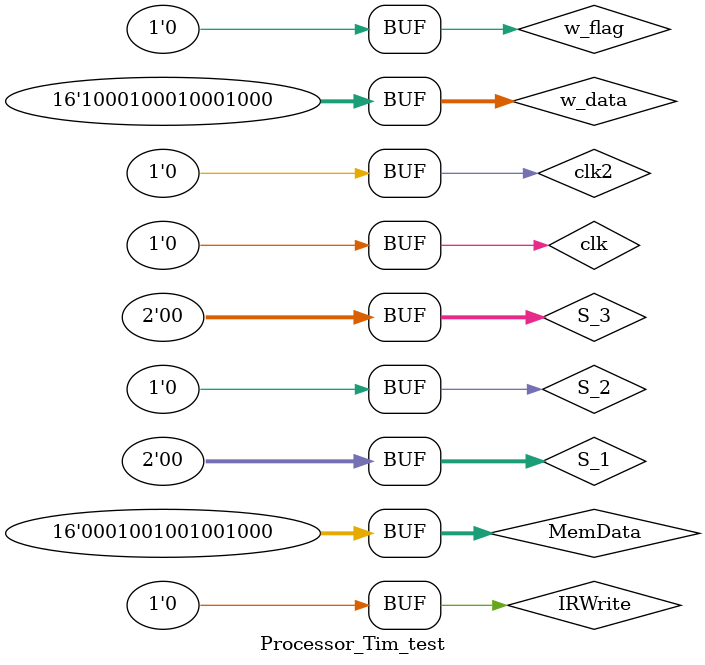
<source format=v>

  `timescale 1 ns / 1 ps

  module Processor_Tim_test();
  
   // Inputs
	reg IRWrite;
	reg clk;
	reg [15:0] MemData;
	reg [3:0] D_1;
	reg [1:0] S_1;
	reg S_2;
	reg [3:0] D_3;
	reg [1:0] S_3;
	reg w_flag;
	reg clk2;
	reg [15:0] w_data;

	// Outputs
	wire [3:0] OpCode;
	wire [15:0] read1;
	wire [15:0] read2;

	// Instantiate the Unit Under Test (UUT)
	Register16b uut (
		.IRWrite(IRWrite), 
		.clk(clk),
		.MemData(MemData),
		.D_1(D_1),
		.S_1(S_1),
		.S_2(S_2),
		.D_3(D_3),
		.S_3(S_3),
		.w_flag(w_flag),
		.clk2(clk2),
		.w_data(w_data),
		.OpCode(OpCode),
		.read1(read1),
		.read2(read2)
	);


  
  
  
  // Initialize Inputs
	initial begin
	// Initialize Inputs
		IRWrite = 0;
		MemData = 16'b0001001001001000;
		S_1 = 2'b0;
		S_2 = 1'b0;
		S_3 = 2'b0;
		w_flag = 0;
		clk = 0;
		clk2 = 0;
		w_data = 16'b1000100010001000;
		

		// Wait 100 ns for global reset to finish
		#100;
      
	

   end

  endmodule

</source>
